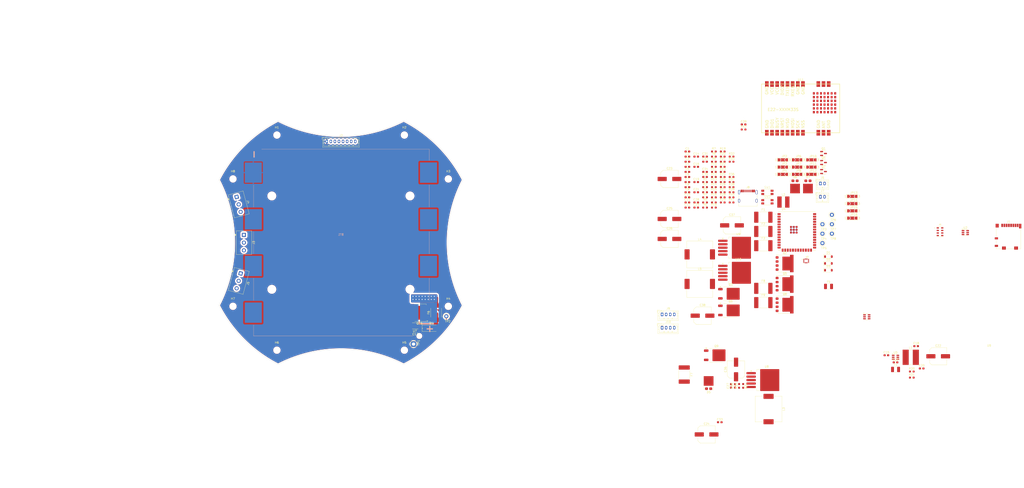
<source format=kicad_pcb>
(kicad_pcb
	(version 20241229)
	(generator "pcbnew")
	(generator_version "9.0")
	(general
		(thickness 1.6)
		(legacy_teardrops no)
	)
	(paper "A4")
	(layers
		(0 "F.Cu" signal)
		(4 "In1.Cu" signal)
		(6 "In2.Cu" signal)
		(2 "B.Cu" signal)
		(9 "F.Adhes" user "F.Adhesive")
		(11 "B.Adhes" user "B.Adhesive")
		(13 "F.Paste" user)
		(15 "B.Paste" user)
		(5 "F.SilkS" user "F.Silkscreen")
		(7 "B.SilkS" user "B.Silkscreen")
		(1 "F.Mask" user)
		(3 "B.Mask" user)
		(17 "Dwgs.User" user "User.Drawings")
		(19 "Cmts.User" user "User.Comments")
		(21 "Eco1.User" user "User.Eco1")
		(23 "Eco2.User" user "User.Eco2")
		(25 "Edge.Cuts" user)
		(27 "Margin" user)
		(31 "F.CrtYd" user "F.Courtyard")
		(29 "B.CrtYd" user "B.Courtyard")
		(35 "F.Fab" user)
		(33 "B.Fab" user)
		(39 "User.1" user)
		(41 "User.2" user)
		(43 "User.3" user)
		(45 "User.4" user)
	)
	(setup
		(stackup
			(layer "F.SilkS"
				(type "Top Silk Screen")
			)
			(layer "F.Paste"
				(type "Top Solder Paste")
			)
			(layer "F.Mask"
				(type "Top Solder Mask")
				(thickness 0.01)
			)
			(layer "F.Cu"
				(type "copper")
				(thickness 0.035)
			)
			(layer "dielectric 1"
				(type "prepreg")
				(thickness 0.1)
				(material "FR4")
				(epsilon_r 4.5)
				(loss_tangent 0.02)
			)
			(layer "In1.Cu"
				(type "copper")
				(thickness 0.035)
			)
			(layer "dielectric 2"
				(type "core")
				(thickness 1.24)
				(material "FR4")
				(epsilon_r 4.5)
				(loss_tangent 0.02)
			)
			(layer "In2.Cu"
				(type "copper")
				(thickness 0.035)
			)
			(layer "dielectric 3"
				(type "prepreg")
				(thickness 0.1)
				(material "FR4")
				(epsilon_r 4.5)
				(loss_tangent 0.02)
			)
			(layer "B.Cu"
				(type "copper")
				(thickness 0.035)
			)
			(layer "B.Mask"
				(type "Bottom Solder Mask")
				(thickness 0.01)
			)
			(layer "B.Paste"
				(type "Bottom Solder Paste")
			)
			(layer "B.SilkS"
				(type "Bottom Silk Screen")
			)
			(copper_finish "None")
			(dielectric_constraints no)
		)
		(pad_to_mask_clearance 0)
		(allow_soldermask_bridges_in_footprints no)
		(tenting front back)
		(grid_origin 147.6025 96.945)
		(pcbplotparams
			(layerselection 0x00000000_00000000_55555555_5755f5ff)
			(plot_on_all_layers_selection 0x00000000_00000000_00000000_00000000)
			(disableapertmacros no)
			(usegerberextensions no)
			(usegerberattributes yes)
			(usegerberadvancedattributes yes)
			(creategerberjobfile yes)
			(dashed_line_dash_ratio 12.000000)
			(dashed_line_gap_ratio 3.000000)
			(svgprecision 4)
			(plotframeref no)
			(mode 1)
			(useauxorigin no)
			(hpglpennumber 1)
			(hpglpenspeed 20)
			(hpglpendiameter 15.000000)
			(pdf_front_fp_property_popups yes)
			(pdf_back_fp_property_popups yes)
			(pdf_metadata yes)
			(pdf_single_document no)
			(dxfpolygonmode yes)
			(dxfimperialunits yes)
			(dxfusepcbnewfont yes)
			(psnegative no)
			(psa4output no)
			(plot_black_and_white yes)
			(sketchpadsonfab no)
			(plotpadnumbers no)
			(hidednponfab no)
			(sketchdnponfab yes)
			(crossoutdnponfab yes)
			(subtractmaskfromsilk no)
			(outputformat 1)
			(mirror no)
			(drillshape 1)
			(scaleselection 1)
			(outputdirectory "")
		)
	)
	(net 0 "")
	(net 1 "+3.3V")
	(net 2 "/MCU/SDA1")
	(net 3 "/MCU/SCL1")
	(net 4 "GND")
	(net 5 "unconnected-(A1-SDO-Pad6)")
	(net 6 "Net-(BT1-+-Pad5)")
	(net 7 "Net-(BT1-+-Pad3)")
	(net 8 "Net-(BT1-+-Pad7)")
	(net 9 "Net-(BT1-+-Pad1)")
	(net 10 "/Telemetry/DET_B")
	(net 11 "/Telemetry/SD_VDD")
	(net 12 "/MCU/ENABLE")
	(net 13 "/MCU/BOOTSEL")
	(net 14 "Net-(U5-EN)")
	(net 15 "Net-(U6-EN)")
	(net 16 "Net-(U5-BST)")
	(net 17 "Net-(U5-SW)")
	(net 18 "Net-(U6-BST)")
	(net 19 "Net-(U6-SW)")
	(net 20 "Net-(U7-VCAPH)")
	(net 21 "Net-(U7-VCAPL)")
	(net 22 "+5V")
	(net 23 "Net-(U8-VIN)")
	(net 24 "Net-(U9-VIN)")
	(net 25 "Net-(U10-VIN)")
	(net 26 "Net-(U8-VC)")
	(net 27 "Net-(U9-VC)")
	(net 28 "Net-(U10-VC)")
	(net 29 "+7.4V")
	(net 30 "Vact")
	(net 31 "Net-(D1-K)")
	(net 32 "Net-(D1-A)")
	(net 33 "Net-(D2-K)")
	(net 34 "Net-(D2-A)")
	(net 35 "Net-(D3-A)")
	(net 36 "Net-(D3-K)")
	(net 37 "Net-(D4-A2)")
	(net 38 "Net-(D5-K)")
	(net 39 "Net-(D6-K)")
	(net 40 "Net-(D7-K)")
	(net 41 "Net-(JP2-C)")
	(net 42 "Net-(JP6-C)")
	(net 43 "Net-(JP10-C)")
	(net 44 "+12V")
	(net 45 "/Telemetry/DET_A")
	(net 46 "Net-(J1-DAT3{slash}CD)")
	(net 47 "/MCU/SD_D0")
	(net 48 "/MCU/SD_CMD")
	(net 49 "Net-(J1-SHIELD)")
	(net 50 "/MCU/SD_CLK")
	(net 51 "Net-(J1-DAT1)")
	(net 52 "Net-(J1-DAT2)")
	(net 53 "/MCU/RX2")
	(net 54 "unconnected-(J2-Pin_3-Pad3)")
	(net 55 "/MCU/IO8")
	(net 56 "/MCU/TX2")
	(net 57 "unconnected-(J2-Pin_7-Pad7)")
	(net 58 "/MCU/IO9")
	(net 59 "Net-(J3-Pin_1)")
	(net 60 "Net-(J4-Pin_1)")
	(net 61 "Net-(J5-Pin_1)")
	(net 62 "/MCU/ADC1")
	(net 63 "/MCU/ADC2")
	(net 64 "unconnected-(J8-VBUS-PadA4)")
	(net 65 "unconnected-(J8-SBU1-PadA8)")
	(net 66 "Net-(J8-CC2)")
	(net 67 "Net-(J8-SHIELD)")
	(net 68 "unconnected-(J8-VBUS-PadA4)_1")
	(net 69 "unconnected-(J8-VBUS-PadA4)_2")
	(net 70 "/MCU/D+")
	(net 71 "unconnected-(J8-SBU2-PadB8)")
	(net 72 "/MCU/D-")
	(net 73 "Net-(J8-CC1)")
	(net 74 "unconnected-(J8-VBUS-PadA4)_3")
	(net 75 "/MCU/SCL2")
	(net 76 "/MCU/SDA2")
	(net 77 "/MCU/RX0")
	(net 78 "/MCU/TX0")
	(net 79 "VauxB")
	(net 80 "VauxA")
	(net 81 "Net-(JP3-A)")
	(net 82 "Net-(JP3-C)")
	(net 83 "Net-(JP4-C)")
	(net 84 "Net-(JP7-C)")
	(net 85 "Net-(JP7-A)")
	(net 86 "Net-(JP8-C)")
	(net 87 "Net-(JP11-A)")
	(net 88 "Net-(JP11-C)")
	(net 89 "Net-(JP12-C)")
	(net 90 "/Actuation/PINT1_HS")
	(net 91 "Net-(Q1-D)")
	(net 92 "/Actuation/PINT2_HS")
	(net 93 "Net-(Q4-D)")
	(net 94 "/Actuation/PINT3_HS")
	(net 95 "Net-(Q7-D)")
	(net 96 "Net-(Q10-G)")
	(net 97 "Net-(U2-QOD)")
	(net 98 "/Actuation/PINT1_LS")
	(net 99 "/Actuation/PINT2_LS")
	(net 100 "/Actuation/PINT3_LS")
	(net 101 "/MCU/USB_D-")
	(net 102 "/MCU/USB_D+")
	(net 103 "Net-(U5-FB)")
	(net 104 "Net-(U6-FB)")
	(net 105 "/Power Supply/FB7.4V")
	(net 106 "/Power Supply/FBA")
	(net 107 "/Power Supply/FBB")
	(net 108 "/MCU/IO7")
	(net 109 "/MCU/MOSI2")
	(net 110 "Net-(U11-RXEN)")
	(net 111 "unconnected-(U11-ANT-Pad21)")
	(net 112 "/MCU/SCK2")
	(net 113 "/MCU/MISO2")
	(net 114 "Net-(U11-DIO2)")
	(net 115 "/MCU/IO5")
	(net 116 "/MCU/IO6")
	(net 117 "/MCU/IO14_CS1")
	(net 118 "unconnected-(U2-CT-Pad4)")
	(net 119 "/MCU/IO15_CS2")
	(net 120 "unconnected-(U3-INT2-Pad9)")
	(net 121 "/MCU/IO10")
	(net 122 "unconnected-(U3-NC-Pad10)")
	(net 123 "unconnected-(U3-NC-Pad11)")
	(net 124 "unconnected-(U4-IO37-Pad30)")
	(net 125 "unconnected-(U4-IO36-Pad29)")
	(net 126 "unconnected-(U4-IO35-Pad28)")
	(net 127 "unconnected-(U7-NC_3-Pad3)")
	(net 128 "unconnected-(U7-NC_5-Pad5)")
	(footprint "Resistor_SMD:R_0603_1608Metric_Pad0.98x0.95mm_HandSolder" (layer "F.Cu") (at 331.195 62.095))
	(footprint "Diode_SMD:D_SOD-123" (layer "F.Cu") (at 387.57 107.195))
	(footprint "Capacitor_SMD:C_0603_1608Metric_Pad1.08x0.95mm_HandSolder" (layer "F.Cu") (at 339.6025 167.5325 90))
	(footprint "Jumper:SolderJumper-3_P2.0mm_Open_TrianglePad1.0x1.5mm_NumberLabels" (layer "F.Cu") (at 372.155 56.165))
	(footprint "Resistor_SMD:R_0603_1608Metric_Pad0.98x0.95mm_HandSolder" (layer "F.Cu") (at 331.195 74.645))
	(footprint "Capacitor_SMD:C_0603_1608Metric_Pad1.08x0.95mm_HandSolder" (layer "F.Cu") (at 322.495 72.135))
	(footprint "Capacitor_SMD:C_0603_1608Metric_Pad1.08x0.95mm_HandSolder" (layer "F.Cu") (at 318.145 69.625))
	(footprint "Jumper:SolderJumper-3_P2.0mm_Open_TrianglePad1.0x1.5mm_NumberLabels" (layer "F.Cu") (at 379.185 59.735))
	(footprint "Package_TO_SOT_SMD:TO-277A" (layer "F.Cu") (at 328.6025 166.145 180))
	(footprint "Capacitor_SMD:C_Elec_8x10.2" (layer "F.Cu") (at 340.1025 88.445))
	(footprint "Resistor_SMD:R_0603_1608Metric_Pad0.98x0.95mm_HandSolder" (layer "F.Cu") (at 331.195 54.565))
	(footprint "Resistor_SMD:R_0603_1608Metric_Pad0.98x0.95mm_HandSolder" (layer "F.Cu") (at 335.545 74.645))
	(footprint "Resistor_SMD:R_0603_1608Metric_Pad0.98x0.95mm_HandSolder" (layer "F.Cu") (at 339.895 54.565))
	(footprint "Capacitor_SMD:C_0603_1608Metric_Pad1.08x0.95mm_HandSolder" (layer "F.Cu") (at 318.145 57.075))
	(footprint "Jumper:SolderJumper-3_P2.0mm_Open_TrianglePad1.0x1.5mm_NumberLabels" (layer "F.Cu") (at 365.125 56.165))
	(footprint "Resistor_SMD:R_0603_1608Metric_Pad0.98x0.95mm_HandSolder" (layer "F.Cu") (at 339.895 69.625))
	(footprint "Fuse:Fuse_2920_7451Metric_Pad2.10x5.45mm_HandSolder" (layer "F.Cu") (at 355.525 126.485))
	(footprint "MountingHole:MountingHole_3.2mm_M3_DIN965" (layer "F.Cu") (at 94.4775 65.57))
	(footprint "Jumper:SolderJumper-3_P2.0mm_Open_TrianglePad1.0x1.5mm_NumberLabels" (layer "F.Cu") (at 379.185 63.305))
	(footprint "Connector_JST:JST_PH_B8B-PH-K_1x08_P2.00mm_Vertical" (layer "F.Cu") (at 140.6525 47.075))
	(footprint "Jumper:SolderJumper-3_P2.0mm_Open_TrianglePad1.0x1.5mm_NumberLabels" (layer "F.Cu") (at 372.155 59.735))
	(footprint "Buttons:C4B1802110" (layer "F.Cu") (at 357.535 76.825))
	(footprint "ESP32:XCVR_ESP32-S3-WROOM-1U-N8R8" (layer "F.Cu") (at 372.03 91.295))
	(footprint "MountingHole:MountingHole_3.2mm_M3_DIN965" (layer "F.Cu") (at 178.8525 43.945))
	(footprint "Regulators:SOP65P490X110-8N" (layer "F.Cu") (at 184.2025 137.945 180))
	(footprint "Sensors:XDCR_LSM6DSO32TR" (layer "F.Cu") (at 376.6025 105.945))
	(footprint "Connector_JST:JST_PH_B4B-PH-K_1x04_P2.00mm_Vertical" (layer "F.Cu") (at 305.695 138.875))
	(footprint "Capacitor_SMD:C_0603_1608Metric_Pad1.08x0.95mm_HandSolder" (layer "F.Cu") (at 318.145 54.565))
	(footprint "Jumper:SolderJumper-3_P2.0mm_Open_TrianglePad1.0x1.5mm_NumberLabels" (layer "F.Cu") (at 365.125 59.735))
	(footprint "Jumper:SolderJumper-3_P2.0mm_Open_TrianglePad1.0x1.5mm_NumberLabels" (layer "F.Cu") (at 379.185 56.165))
	(footprint "Resistor_SMD:R_0603_1608Metric_Pad0.98x0.95mm_HandSolder" (layer "F.Cu") (at 335.545 64.605))
	(footprint "Connector_JST:JST_PH_B2B-PH-K_1x02_P2.00mm_Vertical" (layer "F.Cu") (at 383.645 67.805))
	(footprint "Capacitor_SMD:C_0603_1608Metric_Pad1.08x0.95mm_HandSolder"
		(layer "F.Cu")
		(uuid "31e6981c-e9e6-44d2-
... [1249919 chars truncated]
</source>
